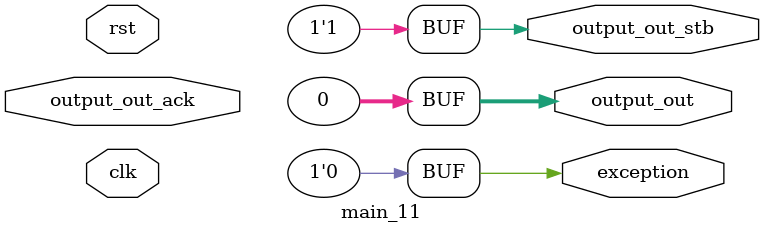
<source format=v>
module main_11 (output_out_ack,clk,rst,output_out,output_out_stb,exception);
  input output_out_ack;
  input clk;
  input rst;
  output [31:0] output_out;
  output output_out_stb;
  output exception;

  assign output_out = 0;
  assign output_out_stb = 1;
  assign exception = 0;
endmodule
</source>
